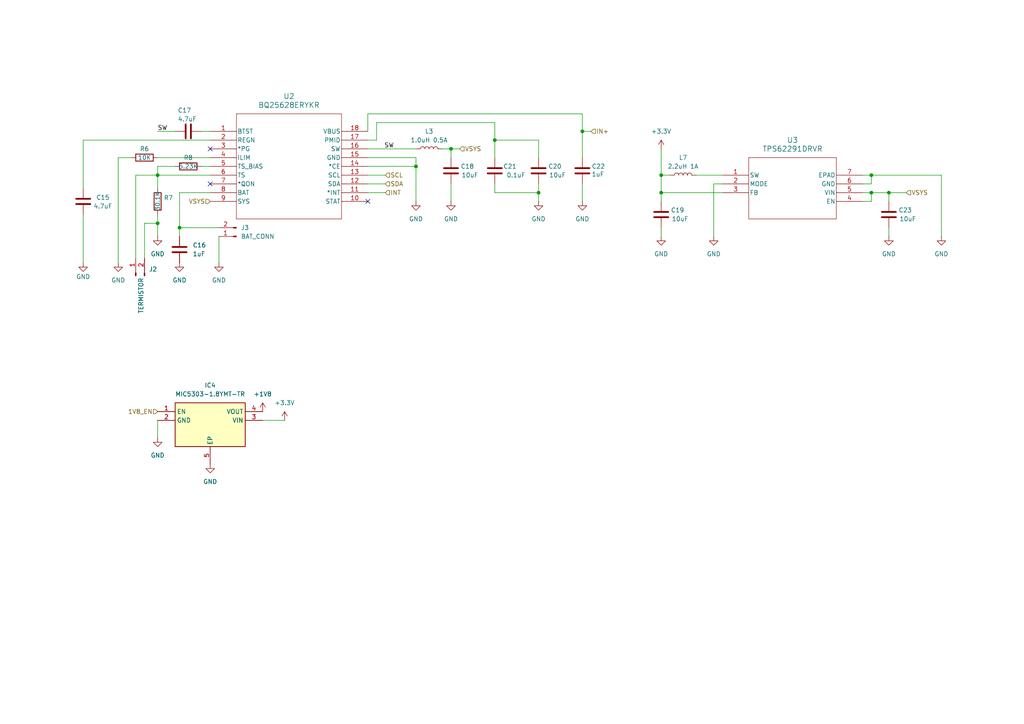
<source format=kicad_sch>
(kicad_sch (version 20250114) (generator "eeschema") (generator_version "9.0")
  (paper "A4")
  (title_block (title "Battery IC & Step-down"))
  (lib_symbols
    (symbol "Connector:Conn_01x02_Pin" (pin_names (offset 1.016) (hide yes))
      (property "Reference" "J" (at 0 2.54 0))
      (property "Value" "Conn_01x02_Pin" (at 0 -5.08 0))
      (symbol "Conn_01x02_Pin_1_1"
        (rectangle (start 0.8636 0.127) (end 0 -0.127) (stroke (width 0.1524)) (fill (type outline)))
        (rectangle (start 0.8636 -2.413) (end 0 -2.667) (stroke (width 0.1524)) (fill (type outline)))
        (polyline (pts (xy 1.27 0) (xy 0.8636 0)) (stroke (width 0.1524)))
        (polyline (pts (xy 1.27 -2.54) (xy 0.8636 -2.54)) (stroke (width 0.1524)))
        (pin passive line (at 5.08 0 180) (length 3.81) (name "Pin_1") (number "1"))
        (pin passive line (at 5.08 -2.54 180) (length 3.81) (name "Pin_2") (number "2"))
      )
    )
    (symbol "Device:C" (pin_numbers (hide yes)) (pin_names (offset 0.254))
      (property "Reference" "C" (at 0.635 2.54 0))
      (property "Value" "C" (at 0.635 -2.54 0))
      (symbol "C_0_1"
        (polyline (pts (xy -2.032 0.762) (xy 2.032 0.762)) (stroke (width 0.508)))
        (polyline (pts (xy -2.032 -0.762) (xy 2.032 -0.762)) (stroke (width 0.508)))
      )
      (symbol "C_1_1"
        (pin passive line (at 0 3.81 270) (length 2.794) (name "~") (number "1"))
        (pin passive line (at 0 -3.81 90) (length 2.794) (name "~") (number "2"))
      )
    )
    (symbol "Device:L" (pin_numbers (hide yes)) (pin_names (offset 1.016) (hide yes))
      (property "Reference" "L" (at -1.27 0 90))
      (property "Value" "L" (at 1.905 0 90))
      (symbol "L_0_1"
        (arc (start 0 2.54) (mid 0.6323 1.905) (end 0 1.27))
        (arc (start 0 1.27) (mid 0.6323 0.635) (end 0 0))
        (arc (start 0 0) (mid 0.6323 -0.635) (end 0 -1.27))
        (arc (start 0 -1.27) (mid 0.6323 -1.905) (end 0 -2.54))
      )
      (symbol "L_1_1"
        (pin passive line (at 0 3.81 270) (length 1.27) (name "1") (number "1"))
        (pin passive line (at 0 -3.81 90) (length 1.27) (name "2") (number "2"))
      )
    )
    (symbol "Device:R" (pin_numbers (hide yes)) (pin_names (offset 0))
      (property "Reference" "R" (at 2.032 0 90))
      (property "Value" "R" (at 0 0 90))
      (symbol "R_0_1"
        (rectangle (start -1.016 -2.54) (end 1.016 2.54) (stroke (width 0.254)))
      )
      (symbol "R_1_1"
        (pin passive line (at 0 3.81 270) (length 1.27) (name "~") (number "1"))
        (pin passive line (at 0 -3.81 90) (length 1.27) (name "~") (number "2"))
      )
    )
    (symbol "PlajTime:BQ25628ERYKR" (pin_names (offset 0.254))
      (property "Reference" "U" (at 22.86 10.16 0))
      (property "Value" "BQ25628ERYKR" (at 22.86 7.62 0))
      (symbol "BQ25628ERYKR_0_1"
        (polyline (pts (xy 7.62 5.08) (xy 7.62 -25.4)) (stroke (width 0.127)))
        (polyline (pts (xy 7.62 -25.4) (xy 38.1 -25.4)) (stroke (width 0.127)))
        (polyline (pts (xy 38.1 5.08) (xy 7.62 5.08)) (stroke (width 0.127)))
        (polyline (pts (xy 38.1 -25.4) (xy 38.1 5.08)) (stroke (width 0.127)))
        (pin power_in line (at 0 0 0) (length 7.62) (name "BTST") (number "1"))
        (pin power_in line (at 0 -2.54 0) (length 7.62) (name "REGN") (number "2"))
        (pin unspecified line (at 0 -5.08 0) (length 7.62) (name "*PG") (number "3"))
        (pin bidirectional line (at 0 -7.62 0) (length 7.62) (name "ILIM") (number "4"))
        (pin unspecified line (at 0 -10.16 0) (length 7.62) (name "TS_BIAS") (number "5"))
        (pin input line (at 0 -12.7 0) (length 7.62) (name "TS") (number "6"))
        (pin input line (at 0 -15.24 0) (length 7.62) (name "*QON") (number "7"))
        (pin power_in line (at 0 -17.78 0) (length 7.62) (name "BAT") (number "8"))
        (pin power_in line (at 0 -20.32 0) (length 7.62) (name "SYS") (number "9"))
        (pin power_in line (at 45.72 0 180) (length 7.62) (name "VBUS") (number "18"))
        (pin power_in line (at 45.72 -2.54 180) (length 7.62) (name "PMID") (number "17"))
        (pin power_in line (at 45.72 -5.08 180) (length 7.62) (name "SW") (number "16"))
        (pin power_out line (at 45.72 -7.62 180) (length 7.62) (name "GND") (number "15"))
        (pin input line (at 45.72 -10.16 180) (length 7.62) (name "*CE") (number "14"))
        (pin input line (at 45.72 -12.7 180) (length 7.62) (name "SCL") (number "13"))
        (pin bidirectional line (at 45.72 -15.24 180) (length 7.62) (name "SDA") (number "12"))
        (pin output line (at 45.72 -17.78 180) (length 7.62) (name "*INT") (number "11"))
        (pin output line (at 45.72 -20.32 180) (length 7.62) (name "STAT") (number "10"))
      )
    )
    (symbol "PlajTime:MIC5303-1.8YMT-TR"
      (property "Reference" "IC" (at 26.67 7.62 0))
      (property "Value" "MIC5303-1.8YMT-TR" (at 26.67 5.08 0))
      (symbol "MIC5303-1.8YMT-TR_1_1"
        (rectangle (start 5.08 2.54) (end 25.4 -10.16) (stroke (width 0.254)) (fill (type background)))
        (pin passive line (at 0 0 0) (length 5.08) (name "EN") (number "1"))
        (pin passive line (at 0 -2.54 0) (length 5.08) (name "GND") (number "2"))
        (pin passive line (at 15.24 -15.24 90) (length 5.08) (name "EP") (number "5"))
        (pin passive line (at 30.48 0 180) (length 5.08) (name "VOUT") (number "4"))
        (pin passive line (at 30.48 -2.54 180) (length 5.08) (name "VIN") (number "3"))
      )
    )
    (symbol "PlajTime:TPS62291DRVR" (pin_names (offset 0.254))
      (property "Reference" "U" (at 20.32 10.16 0))
      (property "Value" "TPS62291DRVR" (at 20.32 7.62 0))
      (symbol "TPS62291DRVR_0_1"
        (polyline (pts (xy 7.62 5.08) (xy 7.62 -12.7)) (stroke (width 0.127)))
        (polyline (pts (xy 7.62 -12.7) (xy 33.02 -12.7)) (stroke (width 0.127)))
        (polyline (pts (xy 33.02 5.08) (xy 7.62 5.08)) (stroke (width 0.127)))
        (polyline (pts (xy 33.02 -12.7) (xy 33.02 5.08)) (stroke (width 0.127)))
        (pin output line (at 0 0 0) (length 7.62) (name "SW") (number "1"))
        (pin input line (at 0 -2.54 0) (length 7.62) (name "MODE") (number "2"))
        (pin input line (at 0 -5.08 0) (length 7.62) (name "FB") (number "3"))
        (pin unspecified line (at 40.64 0 180) (length 7.62) (name "EPAD") (number "7"))
        (pin power_in line (at 40.64 -2.54 180) (length 7.62) (name "GND") (number "6"))
        (pin power_in line (at 40.64 -5.08 180) (length 7.62) (name "VIN") (number "5"))
        (pin input line (at 40.64 -7.62 180) (length 7.62) (name "EN") (number "4"))
      )
    )
    (symbol "power:+1V8" (power) (pin_numbers (hide yes)) (pin_names (offset 0) (hide yes))
      (property "Value" "+1V8" (at 0 3.556 0))
      (symbol "+1V8_0_1"
        (polyline (pts (xy -0.762 1.27) (xy 0 2.54)))
        (polyline (pts (xy 0 2.54) (xy 0.762 1.27)))
        (polyline (pts (xy 0 0) (xy 0 2.54)))
      )
      (symbol "+1V8_1_1"
        (pin power_in line (at 0 0 90) (length 0) (name "~") (number "1"))
      )
    )
    (symbol "power:+3.3V" (power) (pin_numbers (hide yes)) (pin_names (offset 0) (hide yes))
      (property "Value" "+3.3V" (at 0 3.556 0))
      (symbol "+3.3V_0_1"
        (polyline (pts (xy -0.762 1.27) (xy 0 2.54)))
        (polyline (pts (xy 0 2.54) (xy 0.762 1.27)))
        (polyline (pts (xy 0 0) (xy 0 2.54)))
      )
      (symbol "+3.3V_1_1"
        (pin power_in line (at 0 0 90) (length 0) (name "~") (number "1"))
      )
    )
    (symbol "power:GND" (power) (pin_numbers (hide yes)) (pin_names (offset 0) (hide yes))
      (property "Value" "GND" (at 0 -3.81 0))
      (symbol "GND_0_1"
        (polyline (pts (xy 0 0) (xy 0 -1.27) (xy 1.27 -1.27) (xy 0 -2.54) (xy -1.27 -1.27) (xy 0 -1.27)))
      )
      (symbol "GND_1_1"
        (pin power_in line (at 0 0 270) (length 0) (name "~") (number "1"))
      )
    )
  )
  (junction (at 45.72 64.77))
  (junction (at 52.07 66.04))
  (junction (at 156.21 55.88))
  (junction (at 191.77 55.88))
  (junction (at 257.81 55.88))
  (junction (at 143.51 40.64))
  (junction (at 130.81 43.18))
  (junction (at 120.65 48.26))
  (junction (at 168.91 38.1))
  (junction (at 45.72 50.8))
  (junction (at 252.73 50.8))
  (junction (at 191.77 50.8))
  (junction (at 252.73 55.88))
  (no_connect (at 60.96 53.34))
  (no_connect (at 106.68 58.42))
  (no_connect (at 60.96 43.18))
  (wire (pts (xy 130.81 45.72) (xy 130.81 43.18)))
  (wire (pts (xy 143.51 40.64) (xy 156.21 40.64)))
  (wire (pts (xy 120.65 45.72) (xy 120.65 48.26)))
  (wire (pts (xy 130.81 58.42) (xy 130.81 53.34)))
  (wire (pts (xy 143.51 53.34) (xy 143.51 55.88)))
  (wire (pts (xy 252.73 50.8) (xy 273.05 50.8)))
  (wire (pts (xy 250.19 53.34) (xy 252.73 53.34)))
  (wire (pts (xy 76.2 121.92) (xy 82.55 121.92)))
  (wire (pts (xy 106.68 43.18) (xy 120.65 43.18)))
  (wire (pts (xy 45.72 62.23) (xy 45.72 64.77)))
  (wire (pts (xy 168.91 33.02) (xy 168.91 38.1)))
  (wire (pts (xy 106.68 53.34) (xy 111.76 53.34)))
  (wire (pts (xy 191.77 68.58) (xy 191.77 66.04)))
  (wire (pts (xy 109.22 35.56) (xy 143.51 35.56)))
  (wire (pts (xy 156.21 55.88) (xy 156.21 58.42)))
  (wire (pts (xy 191.77 55.88) (xy 191.77 50.8)))
  (wire (pts (xy 45.72 45.72) (xy 60.96 45.72)))
  (wire (pts (xy 209.55 53.34) (xy 207.01 53.34)))
  (wire (pts (xy 52.07 68.58) (xy 52.07 66.04)))
  (wire (pts (xy 133.35 43.18) (xy 130.81 43.18)))
  (wire (pts (xy 156.21 53.34) (xy 156.21 55.88)))
  (wire (pts (xy 52.07 55.88) (xy 60.96 55.88)))
  (wire (pts (xy 45.72 64.77) (xy 45.72 68.58)))
  (wire (pts (xy 191.77 50.8) (xy 194.31 50.8)))
  (wire (pts (xy 39.37 50.8) (xy 39.37 74.93)))
  (wire (pts (xy 191.77 58.42) (xy 191.77 55.88)))
  (wire (pts (xy 120.65 48.26) (xy 120.65 58.42)))
  (wire (pts (xy 106.68 55.88) (xy 111.76 55.88)))
  (wire (pts (xy 143.51 55.88) (xy 156.21 55.88)))
  (wire (pts (xy 41.91 74.93) (xy 41.91 64.77)))
  (wire (pts (xy 24.13 40.64) (xy 24.13 54.61)))
  (wire (pts (xy 168.91 33.02) (xy 106.68 33.02)))
  (wire (pts (xy 41.91 64.77) (xy 45.72 64.77)))
  (wire (pts (xy 45.72 50.8) (xy 45.72 48.26)))
  (wire (pts (xy 156.21 40.64) (xy 156.21 45.72)))
  (wire (pts (xy 60.96 40.64) (xy 24.13 40.64)))
  (wire (pts (xy 128.27 43.18) (xy 130.81 43.18)))
  (wire (pts (xy 45.72 127) (xy 45.72 121.92)))
  (wire (pts (xy 106.68 48.26) (xy 120.65 48.26)))
  (wire (pts (xy 171.45 38.1) (xy 168.91 38.1)))
  (wire (pts (xy 257.81 58.42) (xy 257.81 55.88)))
  (wire (pts (xy 45.72 50.8) (xy 45.72 54.61)))
  (wire (pts (xy 273.05 50.8) (xy 273.05 68.58)))
  (wire (pts (xy 111.76 50.8) (xy 106.68 50.8)))
  (wire (pts (xy 109.22 40.64) (xy 106.68 40.64)))
  (wire (pts (xy 191.77 55.88) (xy 209.55 55.88)))
  (wire (pts (xy 58.42 48.26) (xy 60.96 48.26)))
  (wire (pts (xy 252.73 53.34) (xy 252.73 50.8)))
  (wire (pts (xy 207.01 53.34) (xy 207.01 68.58)))
  (wire (pts (xy 250.19 50.8) (xy 252.73 50.8)))
  (wire (pts (xy 201.93 50.8) (xy 209.55 50.8)))
  (wire (pts (xy 252.73 55.88) (xy 257.81 55.88)))
  (wire (pts (xy 257.81 55.88) (xy 262.89 55.88)))
  (wire (pts (xy 191.77 43.18) (xy 191.77 50.8)))
  (wire (pts (xy 60.96 50.8) (xy 45.72 50.8)))
  (wire (pts (xy 143.51 35.56) (xy 143.51 40.64)))
  (wire (pts (xy 45.72 50.8) (xy 39.37 50.8)))
  (wire (pts (xy 58.42 38.1) (xy 60.96 38.1)))
  (wire (pts (xy 38.1 45.72) (xy 34.29 45.72)))
  (wire (pts (xy 257.81 68.58) (xy 257.81 66.04)))
  (wire (pts (xy 143.51 40.64) (xy 143.51 45.72)))
  (wire (pts (xy 252.73 58.42) (xy 252.73 55.88)))
  (wire (pts (xy 24.13 62.23) (xy 24.13 76.2)))
  (wire (pts (xy 109.22 35.56) (xy 109.22 40.64)))
  (wire (pts (xy 34.29 45.72) (xy 34.29 76.2)))
  (wire (pts (xy 250.19 55.88) (xy 252.73 55.88)))
  (wire (pts (xy 52.07 55.88) (xy 52.07 66.04)))
  (wire (pts (xy 45.72 48.26) (xy 50.8 48.26)))
  (wire (pts (xy 50.8 38.1) (xy 45.72 38.1)))
  (wire (pts (xy 106.68 33.02) (xy 106.68 38.1)))
  (wire (pts (xy 168.91 45.72) (xy 168.91 38.1)))
  (wire (pts (xy 106.68 45.72) (xy 120.65 45.72)))
  (wire (pts (xy 250.19 58.42) (xy 252.73 58.42)))
  (wire (pts (xy 52.07 66.04) (xy 63.5 66.04)))
  (wire (pts (xy 63.5 68.58) (xy 63.5 76.2)))
  (wire (pts (xy 168.91 58.42) (xy 168.91 53.34)))
  (label "SW" (at 45.72 38.1 0))
  (label "SW" (at 114.3 43.18 180))
  (hierarchical_label "VSYS" (shape input) (at 133.35 43.18 0))
  (hierarchical_label "IN+" (shape input) (at 171.45 38.1 0))
  (hierarchical_label "1V8_EN" (shape input) (at 45.72 119.38 180))
  (hierarchical_label "SCL" (shape input) (at 111.76 50.8 0))
  (hierarchical_label "VSYS" (shape input) (at 60.96 58.42 180))
  (hierarchical_label "VSYS" (shape input) (at 262.89 55.88 0))
  (hierarchical_label "INT" (shape input) (at 111.76 55.88 0))
  (hierarchical_label "SDA" (shape input) (at 111.76 53.34 0))
  (symbol (lib_id "power:GND") (at 156.21 58.42 0) (unit 1)
    (property "Reference" "#PWR045" (effects (hide yes)))
    (property "Value" "GND" (at 156.21 63.5 0))
    (property "Description" "Power symbol creates a global label with name \"GND\" , ground" (effects (hide yes)))
  )
  (symbol (lib_id "power:GND") (at 130.81 58.42 0) (unit 1)
    (property "Reference" "#PWR043" (effects (hide yes)))
    (property "Value" "GND" (at 130.81 63.5 0))
    (property "Description" "Power symbol creates a global label with name \"GND\" , ground" (effects (hide yes)))
  )
  (symbol (lib_id "Connector:Conn_01x02_Pin") (at 39.37 80.01 90) (unit 1)
    (property "Reference" "J2" (at 43.18 78.1049 90) (effects (justify right)))
    (property "Value" "TERMISTOR" (at 40.894 80.518 0) (effects (justify right)))
    (property "Footprint" "Connector_PinHeader_1.00mm:PinHeader_1x02_P1.00mm_Vertical" (effects (hide yes)))
    (property "Description" "Generic connector, single row, 01x02, script generated" (effects (hide yes)))
  )
  (symbol (lib_id "power:+3.3V") (at 191.77 43.18 0) (unit 1)
    (property "Reference" "#PWR048" (effects (hide yes)))
    (property "Value" "+3.3V" (at 191.77 38.1 0))
    (property "Description" "Power symbol creates a global label with name \"+3.3V\"" (effects (hide yes)))
  )
  (symbol (lib_id "Device:C") (at 24.13 58.42 180) (unit 1)
    (property "Reference" "C15" (at 29.845 57.277 0))
    (property "Value" "4.7uF" (at 29.845 59.817 0))
    (property "Footprint" "Capacitor_SMD:C_0201_0603Metric" (effects (hide yes)))
    (property "Description" "Unpolarized capacitor" (effects (hide yes)))
  )
  (symbol (lib_id "power:+1V8") (at 76.2 119.38 0) (unit 1)
    (property "Reference" "#PWR080" (effects (hide yes)))
    (property "Value" "+1V8" (at 76.2 114.3 0))
    (property "Description" "Power symbol creates a global label with name \"+1V8\"" (effects (hide yes)))
  )
  (symbol (lib_id "Device:L") (at 124.46 43.18 90) (unit 1)
    (property "Reference" "L3" (at 124.46 38.1 90))
    (property "Value" "1.0uH 0.5A" (at 124.46 40.64 90))
    (property "Footprint" "Inductor_SMD:L_0402_1005Metric" (effects (hide yes)))
    (property "Description" "Inductor" (effects (hide yes)))
  )
  (symbol (lib_id "power:GND") (at 34.29 76.2 0) (unit 1)
    (property "Reference" "#PWR036" (effects (hide yes)))
    (property "Value" "GND" (at 34.29 81.28 0))
    (property "Description" "Power symbol creates a global label with name \"GND\" , ground" (effects (hide yes)))
  )
  (symbol (lib_id "Device:R") (at 45.72 58.42 180) (unit 1)
    (property "Reference" "R7" (at 47.498 57.404 0) (effects (justify right)))
    (property "Value" "30.1K" (at 45.72 61.214 90) (effects (justify right)))
    (property "Footprint" "Resistor_SMD:R_0201_0603Metric" (effects (hide yes)))
    (property "Description" "Resistor" (effects (hide yes)))
  )
  (symbol (lib_id "power:GND") (at 257.81 68.58 0) (mirror y) (unit 1)
    (property "Reference" "#PWR044" (effects (hide yes)))
    (property "Value" "GND" (at 257.81 73.66 0))
    (property "Description" "Power symbol creates a global label with name \"GND\" , ground" (effects (hide yes)))
  )
  (symbol (lib_id "Device:R") (at 41.91 45.72 270) (unit 1)
    (property "Reference" "R6" (at 41.91 43.18 90))
    (property "Value" "10K" (at 41.91 45.72 90))
    (property "Footprint" "Resistor_SMD:R_0201_0603Metric" (effects (hide yes)))
    (property "Description" "Resistor" (effects (hide yes)))
  )
  (symbol (lib_id "power:GND") (at 273.05 68.58 0) (mirror y) (unit 1)
    (property "Reference" "#PWR047" (effects (hide yes)))
    (property "Value" "GND" (at 273.05 73.66 0))
    (property "Description" "Power symbol creates a global label with name \"GND\" , ground" (effects (hide yes)))
  )
  (symbol (lib_id "power:GND") (at 191.77 68.58 0) (mirror y) (unit 1)
    (property "Reference" "#PWR042" (effects (hide yes)))
    (property "Value" "GND" (at 191.77 73.66 0))
    (property "Description" "Power symbol creates a global label with name \"GND\" , ground" (effects (hide yes)))
  )
  (symbol (lib_id "power:GND") (at 52.07 76.2 0) (unit 1)
    (property "Reference" "#PWR039" (effects (hide yes)))
    (property "Value" "GND" (at 52.07 81.28 0))
    (property "Description" "Power symbol creates a global label with name \"GND\" , ground" (effects (hide yes)))
  )
  (symbol (lib_id "power:GND") (at 207.01 68.58 0) (mirror y) (unit 1)
    (property "Reference" "#PWR078" (effects (hide yes)))
    (property "Value" "GND" (at 207.01 73.66 0))
    (property "Description" "Power symbol creates a global label with name \"GND\" , ground" (effects (hide yes)))
  )
  (symbol (lib_id "Device:C") (at 143.51 49.53 0) (mirror y) (unit 1)
    (property "Reference" "C21" (at 149.86 48.26 0) (effects (justify left)))
    (property "Value" "0.1uF" (at 152.4 50.8 0) (effects (justify left)))
    (property "Footprint" "Capacitor_SMD:C_0201_0603Metric" (effects (hide yes)))
    (property "Description" "Unpolarized capacitor" (effects (hide yes)))
  )
  (symbol (lib_id "power:+3.3V") (at 82.55 121.92 0) (unit 1)
    (property "Reference" "#PWR079" (effects (hide yes)))
    (property "Value" "+3.3V" (at 82.55 116.84 0))
    (property "Description" "Power symbol creates a global label with name \"+3.3V\"" (effects (hide yes)))
  )
  (symbol (lib_id "PlajTime:TPS62291DRVR") (at 209.55 50.8 0) (unit 1)
    (property "Reference" "U3" (at 229.87 40.64 0) (effects (font (size 1.524 1.524))))
    (property "Value" "TPS62291DRVR" (at 229.87 43.18 0) (effects (font (size 1.524 1.524))))
    (property "Footprint" "PlajTime_Library:DRV6_1P6X1" (effects (hide yes)))
    (property "Datasheet" "TPS62291DRVR" (effects (hide yes)))
  )
  (symbol (lib_id "PlajTime:BQ25628ERYKR") (at 60.96 38.1 0) (unit 1)
    (property "Reference" "U2" (at 83.82 27.94 0) (effects (font (size 1.524 1.524))))
    (property "Value" "BQ25628ERYKR" (at 83.82 30.48 0) (effects (font (size 1.524 1.524))))
    (property "Footprint" "PlajTime_Library:WQFN-HR18__RYK_TEX" (effects (hide yes)))
    (property "Datasheet" "BQ25628ERYKR" (effects (hide yes)))
  )
  (symbol (lib_id "Device:C") (at 130.81 49.53 0) (unit 1)
    (property "Reference" "C18" (at 133.604 48.26 0) (effects (justify left)))
    (property "Value" "10uF" (at 133.858 50.8 0) (effects (justify left)))
    (property "Footprint" "Capacitor_SMD:C_0402_1005Metric" (effects (hide yes)))
    (property "Description" "Unpolarized capacitor" (effects (hide yes)))
  )
  (symbol (lib_id "Device:C") (at 54.61 38.1 90) (unit 1)
    (property "Reference" "C17" (at 51.562 32.004 90) (effects (justify right)))
    (property "Value" "4.7uF" (at 51.562 34.544 90) (effects (justify right)))
    (property "Footprint" "Capacitor_SMD:C_0201_0603Metric" (effects (hide yes)))
    (property "Description" "Unpolarized capacitor" (effects (hide yes)))
  )
  (symbol (lib_id "Connector:Conn_01x02_Pin") (at 68.58 68.58 180) (unit 1)
    (property "Reference" "J3" (at 69.85 66.0399 0) (effects (justify right)))
    (property "Value" "BAT_CONN" (at 69.85 68.5799 0) (effects (justify right)))
    (property "Footprint" "PlajTime_Library:BattSolderPads" (effects (hide yes)))
    (property "Description" "Generic connector, single row, 01x02, script generated" (effects (hide yes)))
  )
  (symbol (lib_id "PlajTime:MIC5303-1.8YMT-TR") (at 45.72 119.38 0) (unit 1)
    (property "Reference" "IC4" (at 60.96 111.76 0))
    (property "Value" "MIC5303-1.8YMT-TR" (at 60.96 114.3 0))
    (property "Footprint" "PlajTime_Library:SON50P160X120X60-5N-D" (effects (hide yes)))
    (property "Datasheet" "http://www.microchip.com/mymicrochip/filehandler.aspx?ddocname=en579938" (effects (hide yes)))
    (property "Description" "LDO Regulator Pos 1.8V 0.3A 4-Pin TDFN EP T/R" (effects (hide yes)))
    (property "Height" "0.6" (effects (hide yes)))
    (property "Mouser Part Number" "998-MIC5303-1.8YMTTR" (effects (hide yes)))
    (property "Mouser Price/Stock" "https://www.mouser.co.uk/ProductDetail/Microchip-Technology-Micrel/MIC5303-18YMT-TR?qs=U6T8BxXiZAVCfXbS14Xd%2FA%3D%3D" (effects (hide yes)))
    (property "Manufacturer_Name" "Microchip" (effects (hide yes)))
    (property "Manufacturer_Part_Number" "MIC5303-1.8YMT-TR" (effects (hide yes)))
  )
  (symbol (lib_id "Device:C") (at 191.77 62.23 0) (unit 1)
    (property "Reference" "C19" (at 194.564 60.96 0) (effects (justify left)))
    (property "Value" "10uF" (at 194.818 63.5 0) (effects (justify left)))
    (property "Footprint" "Capacitor_SMD:C_0402_1005Metric" (effects (hide yes)))
    (property "Description" "Unpolarized capacitor" (effects (hide yes)))
  )
  (symbol (lib_id "power:GND") (at 63.5 76.2 0) (unit 1)
    (property "Reference" "#PWR040" (effects (hide yes)))
    (property "Value" "GND" (at 63.5 81.28 0))
    (property "Description" "Power symbol creates a global label with name \"GND\" , ground" (effects (hide yes)))
  )
  (symbol (lib_id "power:GND") (at 24.13 76.2 0) (unit 1)
    (property "Reference" "#PWR035" (effects (hide yes)))
    (property "Value" "GND" (at 24.13 80.264 0))
    (property "Description" "Power symbol creates a global label with name \"GND\" , ground" (effects (hide yes)))
  )
  (symbol (lib_id "power:GND") (at 120.65 58.42 0) (mirror y) (unit 1)
    (property "Reference" "#PWR041" (effects (hide yes)))
    (property "Value" "GND" (at 120.65 63.5 0))
    (property "Description" "Power symbol creates a global label with name \"GND\" , ground" (effects (hide yes)))
  )
  (symbol (lib_id "power:GND") (at 60.96 134.62 0) (unit 1)
    (property "Reference" "#PWR081" (effects (hide yes)))
    (property "Value" "GND" (at 60.96 139.7 0))
    (property "Description" "Power symbol creates a global label with name \"GND\" , ground" (effects (hide yes)))
  )
  (symbol (lib_id "power:GND") (at 168.91 58.42 0) (mirror y) (unit 1)
    (property "Reference" "#PWR046" (effects (hide yes)))
    (property "Value" "GND" (at 168.91 63.5 0))
    (property "Description" "Power symbol creates a global label with name \"GND\" , ground" (effects (hide yes)))
  )
  (symbol (lib_id "power:GND") (at 45.72 127 0) (unit 1)
    (property "Reference" "#PWR082" (effects (hide yes)))
    (property "Value" "GND" (at 45.72 132.08 0))
    (property "Description" "Power symbol creates a global label with name \"GND\" , ground" (effects (hide yes)))
  )
  (symbol (lib_id "Device:C") (at 156.21 49.53 0) (unit 1)
    (property "Reference" "C20" (at 159.004 48.26 0) (effects (justify left)))
    (property "Value" "10uF" (at 159.258 50.8 0) (effects (justify left)))
    (property "Footprint" "Capacitor_SMD:C_0402_1005Metric" (effects (hide yes)))
    (property "Description" "Unpolarized capacitor" (effects (hide yes)))
  )
  (symbol (lib_id "power:GND") (at 45.72 68.58 0) (unit 1)
    (property "Reference" "#PWR037" (effects (hide yes)))
    (property "Value" "GND" (at 45.72 73.66 0))
    (property "Description" "Power symbol creates a global label with name \"GND\" , ground" (effects (hide yes)))
  )
  (symbol (lib_id "Device:C") (at 257.81 62.23 0) (unit 1)
    (property "Reference" "C23" (at 260.604 60.96 0) (effects (justify left)))
    (property "Value" "10uF" (at 260.858 63.5 0) (effects (justify left)))
    (property "Footprint" "Capacitor_SMD:C_0402_1005Metric" (effects (hide yes)))
    (property "Description" "Unpolarized capacitor" (effects (hide yes)))
  )
  (symbol (lib_id "Device:C") (at 52.07 72.39 0) (unit 1)
    (property "Reference" "C16" (at 55.88 71.1199 0) (effects (justify left)))
    (property "Value" "1uF" (at 55.88 73.6599 0) (effects (justify left)))
    (property "Footprint" "Capacitor_SMD:C_0201_0603Metric" (effects (hide yes)))
    (property "Description" "Unpolarized capacitor" (effects (hide yes)))
  )
  (symbol (lib_id "Device:R") (at 54.61 48.26 270) (unit 1)
    (property "Reference" "R8" (at 54.61 45.72 90))
    (property "Value" "5.23K" (at 54.61 48.26 90))
    (property "Footprint" "Resistor_SMD:R_0201_0603Metric" (effects (hide yes)))
    (property "Description" "Resistor" (effects (hide yes)))
  )
  (symbol (lib_id "Device:C") (at 168.91 49.53 0) (mirror y) (unit 1)
    (property "Reference" "C22" (at 175.514 48.26 0) (effects (justify left)))
    (property "Value" "1uF" (at 175.26 50.546 0) (effects (justify left)))
    (property "Footprint" "Capacitor_SMD:C_0201_0603Metric" (effects (hide yes)))
    (property "Description" "Unpolarized capacitor" (effects (hide yes)))
  )
  (symbol (lib_id "Device:L") (at 198.12 50.8 90) (unit 1)
    (property "Reference" "L7" (at 198.12 45.72 90))
    (property "Value" "2.2uH 1A" (at 198.12 48.26 90))
    (property "Footprint" "Inductor_SMD:L_0603_1608Metric" (effects (hide yes)))
    (property "Description" "Inductor" (effects (hide yes)))
  )
)
</source>
